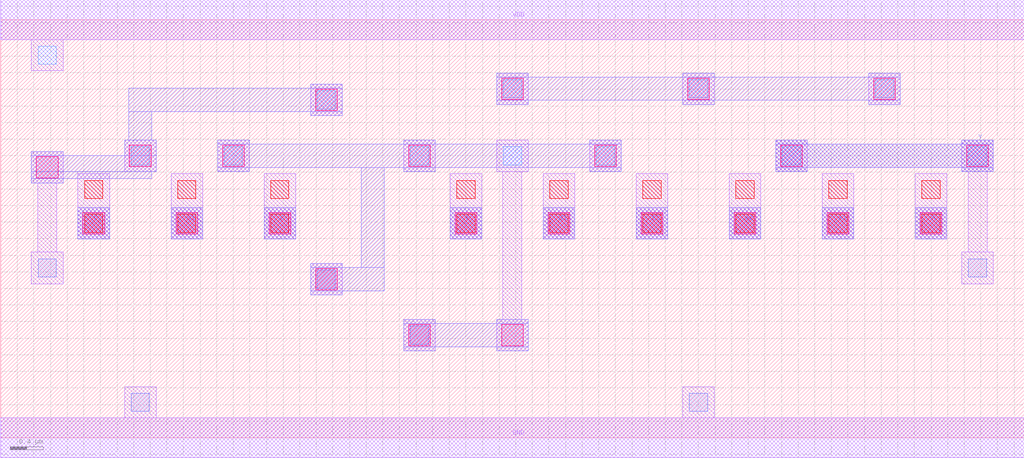
<source format=lef>
MACRO AAAOI3321
 CLASS CORE ;
 FOREIGN AAAOI3321 0 0 ;
 SIZE 12.32 BY 5.04 ;
 ORIGIN 0 0 ;
 SYMMETRY X Y R90 ;
 SITE unit ;
  PIN VDD
   DIRECTION INOUT ;
   USE POWER ;
   SHAPE ABUTMENT ;
    PORT
     CLASS CORE ;
       LAYER met1 ;
        RECT 0.00000000 4.80000000 12.32000000 5.28000000 ;
    END
  END VDD

  PIN GND
   DIRECTION INOUT ;
   USE POWER ;
   SHAPE ABUTMENT ;
    PORT
     CLASS CORE ;
       LAYER met1 ;
        RECT 0.00000000 -0.24000000 12.32000000 0.24000000 ;
    END
  END GND

  PIN Y
   DIRECTION INOUT ;
   USE SIGNAL ;
   SHAPE ABUTMENT ;
    PORT
     CLASS CORE ;
       LAYER met2 ;
        RECT 9.33000000 3.20700000 9.71000000 3.25700000 ;
        RECT 11.57000000 3.20700000 11.95000000 3.25700000 ;
        RECT 9.33000000 3.25700000 11.95000000 3.53700000 ;
        RECT 9.33000000 3.53700000 9.71000000 3.58700000 ;
        RECT 11.57000000 3.53700000 11.95000000 3.58700000 ;
    END
  END Y

  PIN A1
   DIRECTION INOUT ;
   USE SIGNAL ;
   SHAPE ABUTMENT ;
    PORT
     CLASS CORE ;
       LAYER met2 ;
        RECT 9.89000000 2.39700000 10.27000000 2.77700000 ;
    END
  END A1

  PIN C1
   DIRECTION INOUT ;
   USE SIGNAL ;
   SHAPE ABUTMENT ;
    PORT
     CLASS CORE ;
       LAYER met2 ;
        RECT 2.05000000 2.39700000 2.43000000 2.77700000 ;
    END
  END C1

  PIN B2
   DIRECTION INOUT ;
   USE SIGNAL ;
   SHAPE ABUTMENT ;
    PORT
     CLASS CORE ;
       LAYER met2 ;
        RECT 7.65000000 2.39700000 8.03000000 2.77700000 ;
    END
  END B2

  PIN C
   DIRECTION INOUT ;
   USE SIGNAL ;
   SHAPE ABUTMENT ;
    PORT
     CLASS CORE ;
       LAYER met2 ;
        RECT 3.17000000 2.39700000 3.55000000 2.77700000 ;
    END
  END C

  PIN B
   DIRECTION INOUT ;
   USE SIGNAL ;
   SHAPE ABUTMENT ;
    PORT
     CLASS CORE ;
       LAYER met2 ;
        RECT 5.41000000 2.39700000 5.79000000 2.77700000 ;
    END
  END B

  PIN B1
   DIRECTION INOUT ;
   USE SIGNAL ;
   SHAPE ABUTMENT ;
    PORT
     CLASS CORE ;
       LAYER met2 ;
        RECT 6.53000000 2.39700000 6.91000000 2.77700000 ;
    END
  END B1

  PIN A2
   DIRECTION INOUT ;
   USE SIGNAL ;
   SHAPE ABUTMENT ;
    PORT
     CLASS CORE ;
       LAYER met2 ;
        RECT 8.77000000 2.39700000 9.15000000 2.77700000 ;
    END
  END A2

  PIN D
   DIRECTION INOUT ;
   USE SIGNAL ;
   SHAPE ABUTMENT ;
    PORT
     CLASS CORE ;
       LAYER met2 ;
        RECT 0.93000000 2.39700000 1.31000000 2.77700000 ;
    END
  END D

  PIN A
   DIRECTION INOUT ;
   USE SIGNAL ;
   SHAPE ABUTMENT ;
    PORT
     CLASS CORE ;
       LAYER met2 ;
        RECT 11.01000000 2.39700000 11.39000000 2.77700000 ;
    END
  END A

 OBS
    LAYER polycont ;
     RECT 1.01000000 2.47700000 1.23000000 2.69700000 ;
     RECT 2.13000000 2.47700000 2.35000000 2.69700000 ;
     RECT 3.25000000 2.47700000 3.47000000 2.69700000 ;
     RECT 5.49000000 2.47700000 5.71000000 2.69700000 ;
     RECT 6.61000000 2.47700000 6.83000000 2.69700000 ;
     RECT 7.73000000 2.47700000 7.95000000 2.69700000 ;
     RECT 8.85000000 2.47700000 9.07000000 2.69700000 ;
     RECT 9.97000000 2.47700000 10.19000000 2.69700000 ;
     RECT 11.09000000 2.47700000 11.31000000 2.69700000 ;
     RECT 1.01000000 2.88200000 1.23000000 3.10200000 ;
     RECT 2.13000000 2.88200000 2.35000000 3.10200000 ;
     RECT 3.25000000 2.88200000 3.47000000 3.10200000 ;
     RECT 5.49000000 2.88200000 5.71000000 3.10200000 ;
     RECT 6.61000000 2.88200000 6.83000000 3.10200000 ;
     RECT 7.73000000 2.88200000 7.95000000 3.10200000 ;
     RECT 8.85000000 2.88200000 9.07000000 3.10200000 ;
     RECT 9.97000000 2.88200000 10.19000000 3.10200000 ;
     RECT 11.09000000 2.88200000 11.31000000 3.10200000 ;

    LAYER pdiffc ;
     RECT 1.57000000 3.28700000 1.79000000 3.50700000 ;
     RECT 2.69000000 3.28700000 2.91000000 3.50700000 ;
     RECT 4.93000000 3.28700000 5.15000000 3.50700000 ;
     RECT 6.05000000 3.28700000 6.27000000 3.50700000 ;
     RECT 7.17000000 3.28700000 7.39000000 3.50700000 ;
     RECT 9.41000000 3.28700000 9.63000000 3.50700000 ;
     RECT 11.65000000 3.28700000 11.87000000 3.50700000 ;
     RECT 3.81000000 3.96200000 4.03000000 4.18200000 ;
     RECT 6.05000000 4.09700000 6.27000000 4.31700000 ;
     RECT 8.29000000 4.09700000 8.51000000 4.31700000 ;
     RECT 10.53000000 4.09700000 10.75000000 4.31700000 ;
     RECT 0.45000000 4.50200000 0.67000000 4.72200000 ;

    LAYER ndiffc ;
     RECT 1.57000000 0.31700000 1.79000000 0.53700000 ;
     RECT 8.29000000 0.31700000 8.51000000 0.53700000 ;
     RECT 4.93000000 1.12700000 5.15000000 1.34700000 ;
     RECT 3.81000000 1.80200000 4.03000000 2.02200000 ;
     RECT 0.45000000 1.93700000 0.67000000 2.15700000 ;
     RECT 11.65000000 1.93700000 11.87000000 2.15700000 ;

    LAYER met1 ;
     RECT 0.00000000 -0.24000000 12.32000000 0.24000000 ;
     RECT 1.49000000 0.24000000 1.87000000 0.61700000 ;
     RECT 8.21000000 0.24000000 8.59000000 0.61700000 ;
     RECT 4.85000000 1.04700000 5.23000000 1.42700000 ;
     RECT 3.73000000 1.72200000 4.11000000 2.10200000 ;
     RECT 0.93000000 2.39700000 1.31000000 3.18200000 ;
     RECT 2.05000000 2.39700000 2.43000000 3.18200000 ;
     RECT 3.17000000 2.39700000 3.55000000 3.18200000 ;
     RECT 5.41000000 2.39700000 5.79000000 3.18200000 ;
     RECT 6.53000000 2.39700000 6.91000000 3.18200000 ;
     RECT 7.65000000 2.39700000 8.03000000 3.18200000 ;
     RECT 8.77000000 2.39700000 9.15000000 3.18200000 ;
     RECT 9.89000000 2.39700000 10.27000000 3.18200000 ;
     RECT 11.01000000 2.39700000 11.39000000 3.18200000 ;
     RECT 0.37000000 1.85700000 0.75000000 2.23700000 ;
     RECT 0.44500000 2.23700000 0.67500000 3.07200000 ;
     RECT 0.37000000 3.07200000 0.75000000 3.45200000 ;
     RECT 1.49000000 3.20700000 1.87000000 3.58700000 ;
     RECT 2.61000000 3.20700000 2.99000000 3.58700000 ;
     RECT 4.85000000 3.20700000 5.23000000 3.58700000 ;
     RECT 5.97000000 1.04700000 6.35000000 1.42700000 ;
     RECT 6.04500000 1.42700000 6.27500000 3.20700000 ;
     RECT 5.97000000 3.20700000 6.35000000 3.58700000 ;
     RECT 7.09000000 3.20700000 7.47000000 3.58700000 ;
     RECT 9.33000000 3.20700000 9.71000000 3.58700000 ;
     RECT 11.57000000 1.85700000 11.95000000 2.23700000 ;
     RECT 11.64500000 2.23700000 11.87500000 3.20700000 ;
     RECT 11.57000000 3.20700000 11.95000000 3.58700000 ;
     RECT 3.73000000 3.88200000 4.11000000 4.26200000 ;
     RECT 5.97000000 4.01700000 6.35000000 4.39700000 ;
     RECT 8.21000000 4.01700000 8.59000000 4.39700000 ;
     RECT 10.45000000 4.01700000 10.83000000 4.39700000 ;
     RECT 0.37000000 4.42200000 0.75000000 4.80000000 ;
     RECT 0.00000000 4.80000000 12.32000000 5.28000000 ;

    LAYER via1 ;
     RECT 4.91000000 1.10700000 5.17000000 1.36700000 ;
     RECT 6.03000000 1.10700000 6.29000000 1.36700000 ;
     RECT 3.79000000 1.78200000 4.05000000 2.04200000 ;
     RECT 0.99000000 2.45700000 1.25000000 2.71700000 ;
     RECT 2.11000000 2.45700000 2.37000000 2.71700000 ;
     RECT 3.23000000 2.45700000 3.49000000 2.71700000 ;
     RECT 5.47000000 2.45700000 5.73000000 2.71700000 ;
     RECT 6.59000000 2.45700000 6.85000000 2.71700000 ;
     RECT 7.71000000 2.45700000 7.97000000 2.71700000 ;
     RECT 8.83000000 2.45700000 9.09000000 2.71700000 ;
     RECT 9.95000000 2.45700000 10.21000000 2.71700000 ;
     RECT 11.07000000 2.45700000 11.33000000 2.71700000 ;
     RECT 0.43000000 3.13200000 0.69000000 3.39200000 ;
     RECT 1.55000000 3.26700000 1.81000000 3.52700000 ;
     RECT 2.67000000 3.26700000 2.93000000 3.52700000 ;
     RECT 4.91000000 3.26700000 5.17000000 3.52700000 ;
     RECT 7.15000000 3.26700000 7.41000000 3.52700000 ;
     RECT 9.39000000 3.26700000 9.65000000 3.52700000 ;
     RECT 11.63000000 3.26700000 11.89000000 3.52700000 ;
     RECT 3.79000000 3.94200000 4.05000000 4.20200000 ;
     RECT 6.03000000 4.07700000 6.29000000 4.33700000 ;
     RECT 8.27000000 4.07700000 8.53000000 4.33700000 ;
     RECT 10.51000000 4.07700000 10.77000000 4.33700000 ;

    LAYER met2 ;
     RECT 4.85000000 1.04700000 5.23000000 1.09700000 ;
     RECT 5.97000000 1.04700000 6.35000000 1.09700000 ;
     RECT 4.85000000 1.09700000 6.35000000 1.37700000 ;
     RECT 4.85000000 1.37700000 5.23000000 1.42700000 ;
     RECT 5.97000000 1.37700000 6.35000000 1.42700000 ;
     RECT 0.93000000 2.39700000 1.31000000 2.77700000 ;
     RECT 2.05000000 2.39700000 2.43000000 2.77700000 ;
     RECT 3.17000000 2.39700000 3.55000000 2.77700000 ;
     RECT 5.41000000 2.39700000 5.79000000 2.77700000 ;
     RECT 6.53000000 2.39700000 6.91000000 2.77700000 ;
     RECT 7.65000000 2.39700000 8.03000000 2.77700000 ;
     RECT 8.77000000 2.39700000 9.15000000 2.77700000 ;
     RECT 9.89000000 2.39700000 10.27000000 2.77700000 ;
     RECT 11.01000000 2.39700000 11.39000000 2.77700000 ;
     RECT 3.73000000 1.72200000 4.11000000 1.77200000 ;
     RECT 3.73000000 1.77200000 4.62000000 2.05200000 ;
     RECT 3.73000000 2.05200000 4.11000000 2.10200000 ;
     RECT 2.61000000 3.20700000 2.99000000 3.25700000 ;
     RECT 4.34000000 2.05200000 4.62000000 3.25700000 ;
     RECT 4.85000000 3.20700000 5.23000000 3.25700000 ;
     RECT 7.09000000 3.20700000 7.47000000 3.25700000 ;
     RECT 2.61000000 3.25700000 7.47000000 3.53700000 ;
     RECT 2.61000000 3.53700000 2.99000000 3.58700000 ;
     RECT 4.85000000 3.53700000 5.23000000 3.58700000 ;
     RECT 7.09000000 3.53700000 7.47000000 3.58700000 ;
     RECT 9.33000000 3.20700000 9.71000000 3.25700000 ;
     RECT 11.57000000 3.20700000 11.95000000 3.25700000 ;
     RECT 9.33000000 3.25700000 11.95000000 3.53700000 ;
     RECT 9.33000000 3.53700000 9.71000000 3.58700000 ;
     RECT 11.57000000 3.53700000 11.95000000 3.58700000 ;
     RECT 0.37000000 3.07200000 0.75000000 3.12200000 ;
     RECT 0.37000000 3.12200000 1.82000000 3.20700000 ;
     RECT 0.37000000 3.20700000 1.87000000 3.40200000 ;
     RECT 0.37000000 3.40200000 0.75000000 3.45200000 ;
     RECT 1.49000000 3.40200000 1.87000000 3.58700000 ;
     RECT 1.54000000 3.58700000 1.82000000 3.93200000 ;
     RECT 3.73000000 3.88200000 4.11000000 3.93200000 ;
     RECT 1.54000000 3.93200000 4.11000000 4.21200000 ;
     RECT 3.73000000 4.21200000 4.11000000 4.26200000 ;
     RECT 5.97000000 4.01700000 6.35000000 4.06700000 ;
     RECT 8.21000000 4.01700000 8.59000000 4.06700000 ;
     RECT 10.45000000 4.01700000 10.83000000 4.06700000 ;
     RECT 5.97000000 4.06700000 10.83000000 4.34700000 ;
     RECT 5.97000000 4.34700000 6.35000000 4.39700000 ;
     RECT 8.21000000 4.34700000 8.59000000 4.39700000 ;
     RECT 10.45000000 4.34700000 10.83000000 4.39700000 ;

 END
END AAAOI3321

</source>
